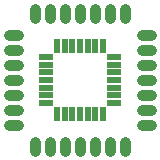
<source format=gbr>
%FSLAX34Y34*%
%MOMM*%
%LNSOLDERMASK_TOP*%
G71*
G01*
%ADD10R,1.200X0.570*%
%ADD11R,0.570X1.200*%
%ADD12C,0.950*%
%LPD*%
X106041Y873534D02*
G54D10*
D03*
X106041Y867034D02*
G54D10*
D03*
X106041Y860534D02*
G54D10*
D03*
X106041Y854034D02*
G54D10*
D03*
X106041Y847534D02*
G54D10*
D03*
X106041Y841034D02*
G54D10*
D03*
X106041Y834534D02*
G54D10*
D03*
X163041Y873534D02*
G54D10*
D03*
X163041Y867034D02*
G54D10*
D03*
X163041Y860534D02*
G54D10*
D03*
X163041Y854034D02*
G54D10*
D03*
X163041Y847534D02*
G54D10*
D03*
X163041Y841034D02*
G54D10*
D03*
X163041Y834534D02*
G54D10*
D03*
X154041Y882534D02*
G54D11*
D03*
X147541Y882534D02*
G54D11*
D03*
X141041Y882534D02*
G54D11*
D03*
X134541Y882534D02*
G54D11*
D03*
X128041Y882534D02*
G54D11*
D03*
X121541Y882534D02*
G54D11*
D03*
X115041Y882534D02*
G54D11*
D03*
X154041Y825534D02*
G54D11*
D03*
X147540Y825534D02*
G54D11*
D03*
X141040Y825534D02*
G54D11*
D03*
X134541Y825534D02*
G54D11*
D03*
X128041Y825534D02*
G54D11*
D03*
X121541Y825534D02*
G54D11*
D03*
X115041Y825534D02*
G54D11*
D03*
G54D12*
X74791Y892135D02*
X82291Y892135D01*
G54D12*
X186788Y892134D02*
X194288Y892134D01*
G54D12*
X74791Y879434D02*
X82291Y879434D01*
G54D12*
X74791Y866734D02*
X82291Y866734D01*
G54D12*
X74791Y854034D02*
X82291Y854034D01*
G54D12*
X74791Y841334D02*
X82291Y841334D01*
G54D12*
X74791Y828634D02*
X82291Y828634D01*
G54D12*
X74791Y815934D02*
X82291Y815934D01*
G54D12*
X96441Y913784D02*
X96441Y906284D01*
G54D12*
X109141Y913784D02*
X109141Y906284D01*
G54D12*
X121841Y913784D02*
X121841Y906284D01*
G54D12*
X134541Y913784D02*
X134541Y906284D01*
G54D12*
X147240Y913785D02*
X147240Y906285D01*
G54D12*
X159941Y913784D02*
X159941Y906284D01*
G54D12*
X172640Y913784D02*
X172640Y906284D01*
G54D12*
X186788Y879434D02*
X194288Y879434D01*
G54D12*
X186788Y866734D02*
X194288Y866734D01*
G54D12*
X186788Y854034D02*
X194288Y854034D01*
G54D12*
X186788Y841334D02*
X194288Y841334D01*
G54D12*
X186788Y828634D02*
X194288Y828634D01*
G54D12*
X186788Y815934D02*
X194288Y815934D01*
G54D12*
X96441Y801784D02*
X96441Y794284D01*
G54D12*
X109141Y801784D02*
X109141Y794284D01*
G54D12*
X121841Y801784D02*
X121841Y794284D01*
G54D12*
X134541Y801784D02*
X134541Y794284D01*
G54D12*
X147241Y801784D02*
X147241Y794284D01*
G54D12*
X159941Y801784D02*
X159941Y794284D01*
G54D12*
X172640Y801784D02*
X172640Y794284D01*
M02*

</source>
